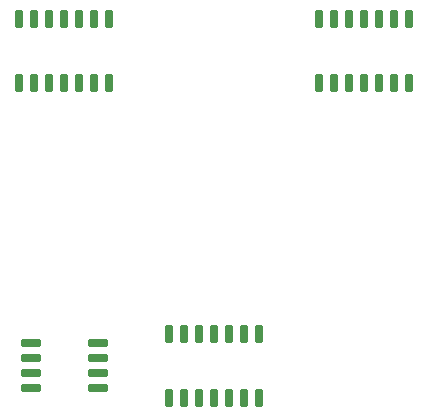
<source format=gtp>
G04*
G04 #@! TF.GenerationSoftware,Altium Limited,Altium Designer,23.0.1 (38)*
G04*
G04 Layer_Color=8421504*
%FSLAX25Y25*%
%MOIN*%
G70*
G04*
G04 #@! TF.SameCoordinates,553BDD90-AE0F-47F2-8343-8C5094A07883*
G04*
G04*
G04 #@! TF.FilePolarity,Positive*
G04*
G01*
G75*
G04:AMPARAMS|DCode=15|XSize=23.62mil|YSize=57.09mil|CornerRadius=2.01mil|HoleSize=0mil|Usage=FLASHONLY|Rotation=180.000|XOffset=0mil|YOffset=0mil|HoleType=Round|Shape=RoundedRectangle|*
%AMROUNDEDRECTD15*
21,1,0.02362,0.05307,0,0,180.0*
21,1,0.01961,0.05709,0,0,180.0*
1,1,0.00402,-0.00980,0.02653*
1,1,0.00402,0.00980,0.02653*
1,1,0.00402,0.00980,-0.02653*
1,1,0.00402,-0.00980,-0.02653*
%
%ADD15ROUNDEDRECTD15*%
G04:AMPARAMS|DCode=16|XSize=25.59mil|YSize=64.96mil|CornerRadius=1.92mil|HoleSize=0mil|Usage=FLASHONLY|Rotation=90.000|XOffset=0mil|YOffset=0mil|HoleType=Round|Shape=RoundedRectangle|*
%AMROUNDEDRECTD16*
21,1,0.02559,0.06112,0,0,90.0*
21,1,0.02175,0.06496,0,0,90.0*
1,1,0.00384,0.03056,0.01088*
1,1,0.00384,0.03056,-0.01088*
1,1,0.00384,-0.03056,-0.01088*
1,1,0.00384,-0.03056,0.01088*
%
%ADD16ROUNDEDRECTD16*%
D15*
X265000Y279272D02*
D03*
X270000D02*
D03*
X275000D02*
D03*
X280000D02*
D03*
X285000D02*
D03*
X290000D02*
D03*
X295000D02*
D03*
X265000Y300728D02*
D03*
X270000D02*
D03*
X275000D02*
D03*
X280000D02*
D03*
X285000D02*
D03*
X290000D02*
D03*
X295000D02*
D03*
X165000Y279272D02*
D03*
X170000D02*
D03*
X175000D02*
D03*
X180000D02*
D03*
X185000D02*
D03*
X190000D02*
D03*
X195000D02*
D03*
X165000Y300728D02*
D03*
X170000D02*
D03*
X175000D02*
D03*
X180000D02*
D03*
X185000D02*
D03*
X190000D02*
D03*
X195000D02*
D03*
X215000Y174272D02*
D03*
X220000D02*
D03*
X225000D02*
D03*
X230000D02*
D03*
X235000D02*
D03*
X240000D02*
D03*
X245000D02*
D03*
X215000Y195728D02*
D03*
X220000D02*
D03*
X225000D02*
D03*
X230000D02*
D03*
X235000D02*
D03*
X240000D02*
D03*
X245000D02*
D03*
D16*
X191122Y177500D02*
D03*
Y182500D02*
D03*
Y187500D02*
D03*
Y192500D02*
D03*
X168878Y177500D02*
D03*
Y182500D02*
D03*
Y187500D02*
D03*
Y192500D02*
D03*
M02*

</source>
